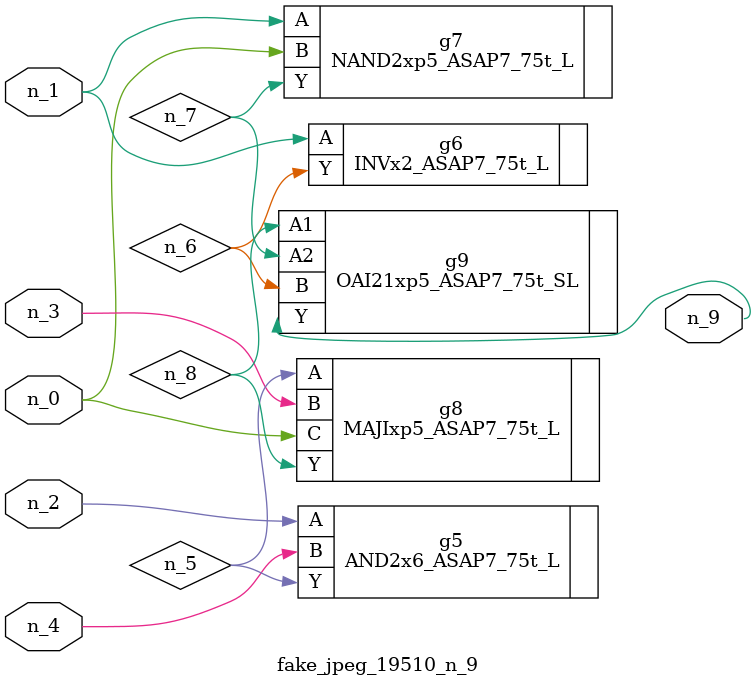
<source format=v>
module fake_jpeg_19510_n_9 (n_3, n_2, n_1, n_0, n_4, n_9);

input n_3;
input n_2;
input n_1;
input n_0;
input n_4;

output n_9;

wire n_8;
wire n_6;
wire n_5;
wire n_7;

AND2x6_ASAP7_75t_L g5 ( 
.A(n_2),
.B(n_4),
.Y(n_5)
);

INVx2_ASAP7_75t_L g6 ( 
.A(n_1),
.Y(n_6)
);

NAND2xp5_ASAP7_75t_L g7 ( 
.A(n_1),
.B(n_0),
.Y(n_7)
);

MAJIxp5_ASAP7_75t_L g8 ( 
.A(n_5),
.B(n_3),
.C(n_0),
.Y(n_8)
);

OAI21xp5_ASAP7_75t_SL g9 ( 
.A1(n_8),
.A2(n_7),
.B(n_6),
.Y(n_9)
);


endmodule
</source>
